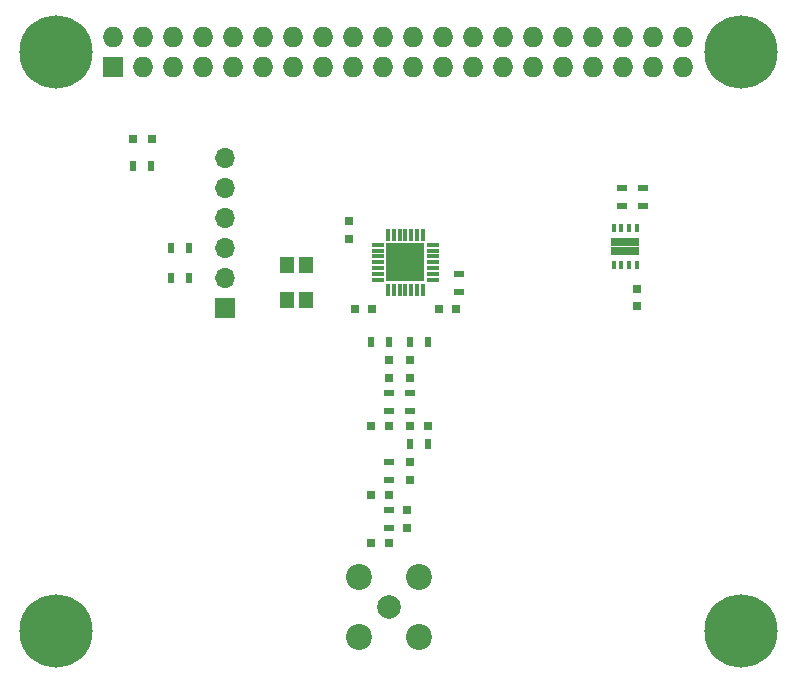
<source format=gts>
G04 #@! TF.FileFunction,Soldermask,Top*
%FSLAX46Y46*%
G04 Gerber Fmt 4.6, Leading zero omitted, Abs format (unit mm)*
G04 Created by KiCad (PCBNEW 4.0.7) date Sat Mar 24 05:53:16 2018*
%MOMM*%
%LPD*%
G01*
G04 APERTURE LIST*
%ADD10C,0.100000*%
%ADD11R,0.300000X1.000000*%
%ADD12R,1.000000X0.300000*%
%ADD13R,3.300000X3.300000*%
%ADD14R,0.800000X0.800000*%
%ADD15R,1.150000X1.400000*%
%ADD16R,0.350000X0.650000*%
%ADD17R,1.200000X0.775000*%
%ADD18R,1.727200X1.727200*%
%ADD19O,1.727200X1.727200*%
%ADD20C,6.200000*%
%ADD21R,0.800000X0.750000*%
%ADD22R,0.750000X0.800000*%
%ADD23R,0.900000X0.500000*%
%ADD24R,0.500000X0.900000*%
%ADD25C,2.200000*%
%ADD26C,2.000000*%
%ADD27R,1.700000X1.700000*%
%ADD28O,1.700000X1.700000*%
G04 APERTURE END LIST*
D10*
D11*
X75525500Y-62230500D03*
X76025500Y-62230500D03*
X76525500Y-62230500D03*
X77025500Y-62230500D03*
X77525500Y-62230500D03*
X78025500Y-62230500D03*
X78525500Y-62230500D03*
D12*
X79375500Y-61380500D03*
X79375500Y-60880500D03*
X79375500Y-60380500D03*
X79375500Y-59880500D03*
X79375500Y-59380500D03*
X79375500Y-58880500D03*
X79375500Y-58380500D03*
D11*
X78525500Y-57530500D03*
X78025500Y-57530500D03*
X77525500Y-57530500D03*
X77025500Y-57530500D03*
X76525500Y-57530500D03*
X76025500Y-57530500D03*
X75525500Y-57530500D03*
D12*
X74675500Y-58380500D03*
X74675500Y-58880500D03*
X74675500Y-59380500D03*
X74675500Y-59880500D03*
X74675500Y-60380500D03*
X74675500Y-60880500D03*
X74675500Y-61380500D03*
D13*
X77025500Y-59880500D03*
D14*
X55537000Y-49403000D03*
X53937000Y-49403000D03*
D15*
X68618000Y-63095000D03*
X68618000Y-60095000D03*
X67018000Y-60095000D03*
X67018000Y-63095000D03*
D16*
X96606000Y-56997000D03*
X95956000Y-56997000D03*
X95306000Y-56997000D03*
X94656000Y-56997000D03*
X94656000Y-60097000D03*
X95306000Y-60097000D03*
X95956000Y-60097000D03*
X96606000Y-60097000D03*
D17*
X95031000Y-58934500D03*
X96231000Y-58934500D03*
X95031000Y-58159500D03*
X96231000Y-58159500D03*
D18*
X52270000Y-43370000D03*
D19*
X52270000Y-40830000D03*
X54810000Y-43370000D03*
X54810000Y-40830000D03*
X57350000Y-43370000D03*
X57350000Y-40830000D03*
X59890000Y-43370000D03*
X59890000Y-40830000D03*
X62430000Y-43370000D03*
X62430000Y-40830000D03*
X64970000Y-43370000D03*
X64970000Y-40830000D03*
X67510000Y-43370000D03*
X67510000Y-40830000D03*
X70050000Y-43370000D03*
X70050000Y-40830000D03*
X72590000Y-43370000D03*
X72590000Y-40830000D03*
X75130000Y-43370000D03*
X75130000Y-40830000D03*
X77670000Y-43370000D03*
X77670000Y-40830000D03*
X80210000Y-43370000D03*
X80210000Y-40830000D03*
X82750000Y-43370000D03*
X82750000Y-40830000D03*
X85290000Y-43370000D03*
X85290000Y-40830000D03*
X87830000Y-43370000D03*
X87830000Y-40830000D03*
X90370000Y-43370000D03*
X90370000Y-40830000D03*
X92910000Y-43370000D03*
X92910000Y-40830000D03*
X95450000Y-43370000D03*
X95450000Y-40830000D03*
X97990000Y-43370000D03*
X97990000Y-40830000D03*
X100530000Y-43370000D03*
X100530000Y-40830000D03*
D20*
X105400000Y-42100000D03*
X105400000Y-91100000D03*
X47400000Y-91100000D03*
X47400000Y-42100000D03*
D21*
X74116500Y-83629500D03*
X75616500Y-83629500D03*
D22*
X77152500Y-82347500D03*
X77152500Y-80847500D03*
D21*
X74116500Y-79565500D03*
X75616500Y-79565500D03*
D22*
X77406500Y-78283500D03*
X77406500Y-76783500D03*
D21*
X74116500Y-73723500D03*
X75616500Y-73723500D03*
X78918500Y-73723500D03*
X77418500Y-73723500D03*
D22*
X75628500Y-69647500D03*
X75628500Y-68147500D03*
X77406500Y-69647500D03*
X77406500Y-68147500D03*
D21*
X72719500Y-63817500D03*
X74219500Y-63817500D03*
X81331500Y-63817500D03*
X79831500Y-63817500D03*
D22*
X72263000Y-56400000D03*
X72263000Y-57900000D03*
X96647000Y-63615000D03*
X96647000Y-62115000D03*
D23*
X75628500Y-80847500D03*
X75628500Y-82347500D03*
X75628500Y-76783500D03*
X75628500Y-78283500D03*
D24*
X78918500Y-75247500D03*
X77418500Y-75247500D03*
D23*
X75628500Y-70941500D03*
X75628500Y-72441500D03*
X77406500Y-70941500D03*
X77406500Y-72441500D03*
D24*
X78918500Y-66611500D03*
X77418500Y-66611500D03*
X74116500Y-66611500D03*
X75616500Y-66611500D03*
D23*
X81597500Y-60908500D03*
X81597500Y-62408500D03*
D25*
X73088500Y-86550500D03*
X78168500Y-86550500D03*
X78168500Y-91630500D03*
X73088500Y-91630500D03*
D26*
X75628500Y-89090500D03*
D27*
X61722000Y-63754000D03*
D28*
X61722000Y-61214000D03*
X61722000Y-58674000D03*
X61722000Y-56134000D03*
X61722000Y-53594000D03*
X61722000Y-51054000D03*
D24*
X58662000Y-61214000D03*
X57162000Y-61214000D03*
X58662000Y-58674000D03*
X57162000Y-58674000D03*
D23*
X97155000Y-53606000D03*
X97155000Y-55106000D03*
X95377000Y-53606000D03*
X95377000Y-55106000D03*
D24*
X53987000Y-51689000D03*
X55487000Y-51689000D03*
M02*

</source>
